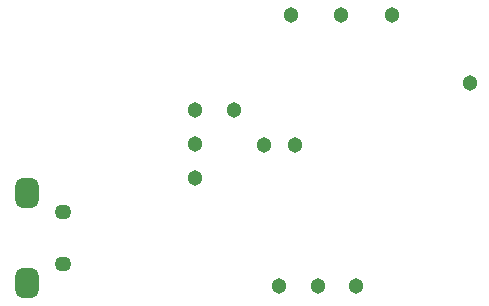
<source format=gbs>
G04 Layer_Color=16711935*
%FSLAX25Y25*%
%MOIN*%
G70*
G01*
G75*
G04:AMPARAMS|DCode=72|XSize=78.8mil|YSize=99.47mil|CornerRadius=24.44mil|HoleSize=0mil|Usage=FLASHONLY|Rotation=0.000|XOffset=0mil|YOffset=0mil|HoleType=Round|Shape=RoundedRectangle|*
%AMROUNDEDRECTD72*
21,1,0.07880,0.05059,0,0,0.0*
21,1,0.02992,0.09947,0,0,0.0*
1,1,0.04888,0.01496,-0.02530*
1,1,0.04888,-0.01496,-0.02530*
1,1,0.04888,-0.01496,0.02530*
1,1,0.04888,0.01496,0.02530*
%
%ADD72ROUNDEDRECTD72*%
G04:AMPARAMS|DCode=73|XSize=53.21mil|YSize=47.31mil|CornerRadius=20.19mil|HoleSize=0mil|Usage=FLASHONLY|Rotation=0.000|XOffset=0mil|YOffset=0mil|HoleType=Round|Shape=RoundedRectangle|*
%AMROUNDEDRECTD73*
21,1,0.05321,0.00693,0,0,0.0*
21,1,0.01284,0.04731,0,0,0.0*
1,1,0.04038,0.00642,-0.00346*
1,1,0.04038,-0.00642,-0.00346*
1,1,0.04038,-0.00642,0.00346*
1,1,0.04038,0.00642,0.00346*
%
%ADD73ROUNDEDRECTD73*%
%ADD74C,0.05124*%
D72*
X12600Y-121980D02*
D03*
Y-91965D02*
D03*
D73*
X24411Y-115732D02*
D03*
Y-98213D02*
D03*
D74*
X134200Y-32600D02*
D03*
X100450D02*
D03*
X117325D02*
D03*
X81600Y-64375D02*
D03*
X68400D02*
D03*
Y-75650D02*
D03*
Y-86925D02*
D03*
X122100Y-123100D02*
D03*
X160200Y-55300D02*
D03*
X109367Y-123100D02*
D03*
X96633D02*
D03*
X101900Y-76000D02*
D03*
X91400D02*
D03*
M02*

</source>
